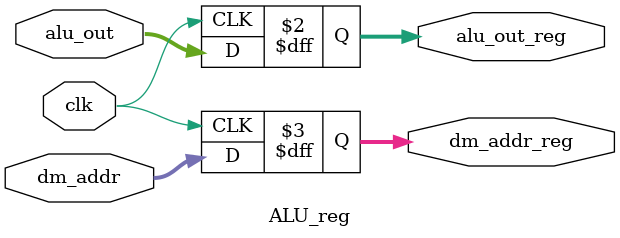
<source format=v>
module ALU_reg(clk,alu_out,alu_out_reg,dm_addr,dm_addr_reg);   //存储ALU计算结果和dm地址
  input clk;
  input[31:0] alu_out;
  output reg[31:0] alu_out_reg;
  input[13:0] dm_addr;
  output reg[13:0] dm_addr_reg;
  always@(posedge clk)
  begin
    alu_out_reg<=alu_out;
    dm_addr_reg<=dm_addr;
  end
endmodule


</source>
